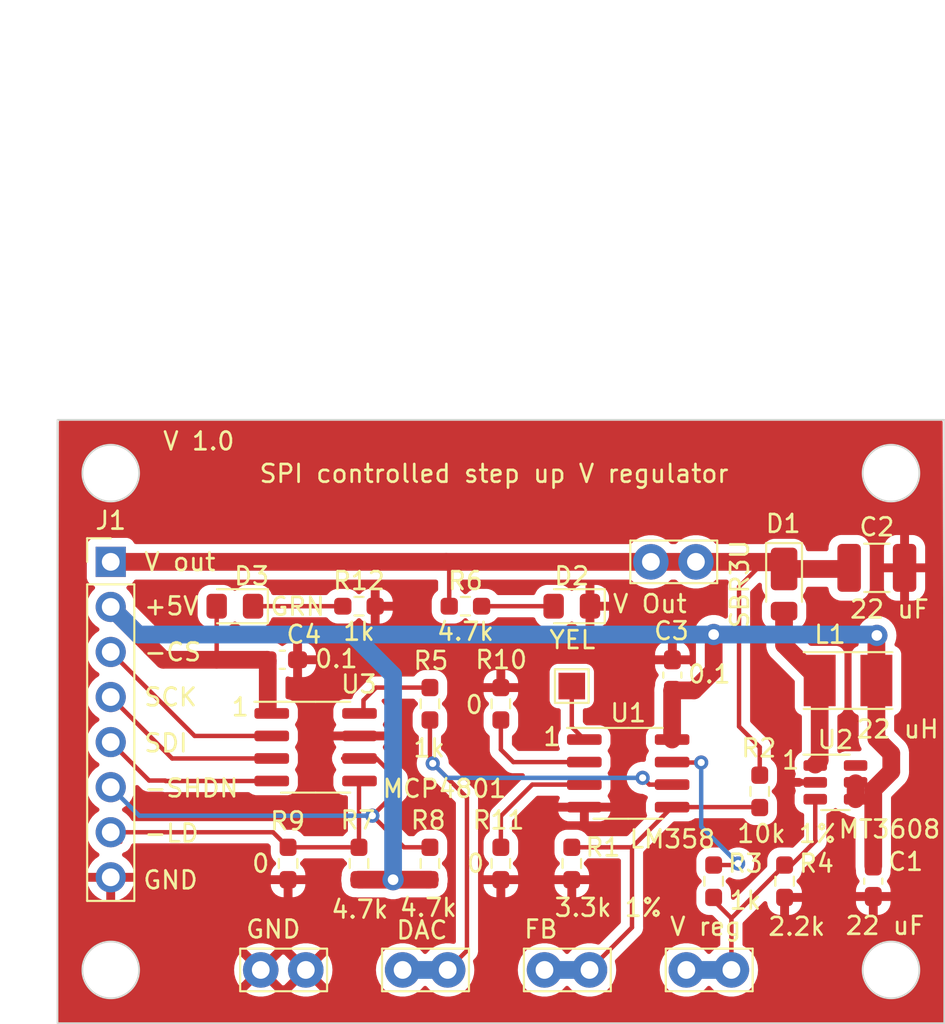
<source format=kicad_pcb>
(kicad_pcb (version 20221018) (generator pcbnew)
  (layers (0 "F.Cu" signal) (31 "B.Cu" signal) (34 "B.Paste" user) (35 "F.Paste" user) (36 "B.SilkS" user "B.Silkscreen") (37 "F.SilkS" user "F.Silkscreen") (38 "B.Mask" user) (39 "F.Mask" user) (44 "Edge.Cuts" user))
  (net 0 "")
  (net 1 "+5V")
  (net 2 "GND")
  (net 3 "Net-(D1-C)")
  (net 4 "Net-(D1-A)")
  (net 5 "Net-(D2-A)")
  (net 6 "Net-(J1-Pin_3)")
  (net 7 "Net-(J1-Pin_4)")
  (net 8 "Net-(J1-Pin_5)")
  (net 9 "Net-(J1-Pin_6)")
  (net 10 "Net-(J1-Pin_7)")
  (net 11 "Net-(U1B-+)")
  (net 12 "Net-(R3-Pad1)")
  (net 13 "Net-(U2-FB)")
  (net 14 "Net-(U3-Vout)")
  (net 15 "Net-(U1B--)")
  (net 16 "Net-(U1A--)")
  (net 17 "Net-(U1A-+)")
  (net 18 "Net-(D3-K)")
  (net 20 "Net-(TP7-Pad1)")
  (footprint "Resistor_SMD:R_0603_1608Metric_Pad0.98x0.95mm_HandSolder" (layer "F.Cu") (at 121 127 90)
    (fp_text reference "R8" (at 2.4384 -0.096 180) (layer "F.SilkS"))
    (fp_text value "4.7k" (at -2.4892 -0.096 180) (layer "F.SilkS"))
    (fp_line (start -0.254724 -0.5225) (end 0.254724 -0.5225) (stroke (width 0.12)) (layer "F.SilkS"))
    (fp_line (start -0.254724 0.5225) (end 0.254724 0.5225) (stroke (width 0.12)) (layer "F.SilkS"))
    (pad "1" smd roundrect (at -0.9125 0 90) (size 0.975 0.95) (layers "F.Cu" "F.Paste" "F.Mask") (net 1 "+5V"))
    (pad "2" smd roundrect (at 0.9125 0 90) (size 0.975 0.95) (layers "F.Cu" "F.Paste" "F.Mask") (net 9 "Net-(J1-Pin_6)"))
  )
  (footprint "Package_SO:SOIC-8_3.9x4.9mm_P1.27mm" (layer "F.Cu") (at 132.1816 121.92)
    (fp_text reference "U1" (at 0 -3.4) (layer "F.SilkS"))
    (fp_text value "LM358" (at 2.4892 3.7084) (layer "F.SilkS"))
    (fp_line (start 0 -2.56) (end -3.45 -2.56) (stroke (width 0.12)) (layer "F.SilkS"))
    (fp_line (start 0 -2.56) (end 1.95 -2.56) (stroke (width 0.12)) (layer "F.SilkS"))
    (fp_line (start 0 2.56) (end -1.95 2.56) (stroke (width 0.12)) (layer "F.SilkS"))
    (fp_line (start 0 2.56) (end 1.95 2.56) (stroke (width 0.12)) (layer "F.SilkS"))
    (pad "1" smd roundrect (at -2.475 -1.905) (size 1.95 0.6) (layers "F.Cu" "F.Paste" "F.Mask") (net 20 "Net-(TP7-Pad1)"))
    (pad "2" smd roundrect (at -2.475 -0.635) (size 1.95 0.6) (layers "F.Cu" "F.Paste" "F.Mask") (net 16 "Net-(U1A--)"))
    (pad "3" smd roundrect (at -2.475 0.635) (size 1.95 0.6) (layers "F.Cu" "F.Paste" "F.Mask") (net 17 "Net-(U1A-+)"))
    (pad "4" smd roundrect (at -2.475 1.905) (size 1.95 0.6) (layers "F.Cu" "F.Paste" "F.Mask") (net 2 "GND"))
    (pad "5" smd roundrect (at 2.475 1.905) (size 1.95 0.6) (layers "F.Cu" "F.Paste" "F.Mask") (net 11 "Net-(U1B-+)"))
    (pad "6" smd roundrect (at 2.475 0.635) (size 1.95 0.6) (layers "F.Cu" "F.Paste" "F.Mask") (net 15 "Net-(U1B--)"))
    (pad "7" smd roundrect (at 2.475 -0.635) (size 1.95 0.6) (layers "F.Cu" "F.Paste" "F.Mask") (net 12 "Net-(R3-Pad1)"))
    (pad "8" smd roundrect (at 2.475 -1.905) (size 1.95 0.6) (layers "F.Cu" "F.Paste" "F.Mask") (net 1 "+5V"))
  )
  (footprint "Resistor_SMD:R_0603_1608Metric_Pad0.98x0.95mm_HandSolder" (layer "F.Cu") (at 123 112.5)
    (fp_text reference "R6" (at 0 -1.43) (layer "F.SilkS"))
    (fp_text value "4.7k" (at 0 1.43) (layer "F.SilkS"))
    (fp_line (start -0.254724 -0.5225) (end 0.254724 -0.5225) (stroke (width 0.12)) (layer "F.SilkS"))
    (fp_line (start -0.254724 0.5225) (end 0.254724 0.5225) (stroke (width 0.12)) (layer "F.SilkS"))
    (pad "1" smd roundrect (at -0.9125 0) (size 0.975 0.95) (layers "F.Cu" "F.Paste" "F.Mask") (net 3 "Net-(D1-C)"))
    (pad "2" smd roundrect (at 0.9125 0) (size 0.975 0.95) (layers "F.Cu" "F.Paste" "F.Mask") (net 5 "Net-(D2-A)"))
  )
  (footprint "TestPoint:TestPoint_Bridge_Pitch2.54mm_Drill1.0mm" (layer "F.Cu") (at 136 110 180)
    (fp_text reference "TP5")
    (fp_text value "V Out" (at 2.5992 -2.3696) (layer "F.SilkS"))
    (fp_line (start -1.2 -1.2) (end -1.2 1.2) (stroke (width 0.12)) (layer "F.SilkS"))
    (fp_line (start -1.2 1.2) (end 3.7 1.2) (stroke (width 0.12)) (layer "F.SilkS"))
    (fp_line (start 3.7 -1.2) (end -1.2 -1.2) (stroke (width 0.12)) (layer "F.SilkS"))
    (fp_line (start 3.7 1.2) (end 3.7 -1.2) (stroke (width 0.12)) (layer "F.SilkS"))
    (pad "1" thru_hole circle (at 0 0 180) (size 2 2) (drill 1) (layers "*.Cu" "*.Mask") (net 3 "Net-(D1-C)"))
    (pad "1" thru_hole circle (at 2.54 0 180) (size 2 2) (drill 1) (layers "*.Cu" "*.Mask") (net 3 "Net-(D1-C)"))
  )
  (footprint "TestPoint:TestPoint_Bridge_Pitch2.54mm_Drill1.0mm" (layer "F.Cu") (at 130 133 180)
    (fp_text reference "TP3")
    (fp_text value "FB" (at 2.746 2.2916) (layer "F.SilkS"))
    (fp_line (start -1.2 -1.2) (end -1.2 1.2) (stroke (width 0.12)) (layer "F.SilkS"))
    (fp_line (start -1.2 1.2) (end 3.7 1.2) (stroke (width 0.12)) (layer "F.SilkS"))
    (fp_line (start 3.7 -1.2) (end -1.2 -1.2) (stroke (width 0.12)) (layer "F.SilkS"))
    (fp_line (start 3.7 1.2) (end 3.7 -1.2) (stroke (width 0.12)) (layer "F.SilkS"))
    (pad "1" thru_hole circle (at 0 0 180) (size 2 2) (drill 1) (layers "*.Cu" "*.Mask") (net 11 "Net-(U1B-+)"))
    (pad "1" thru_hole circle (at 2.54 0 180) (size 2 2) (drill 1) (layers "*.Cu" "*.Mask") (net 11 "Net-(U1B-+)"))
  )
  (footprint "TestPoint:TestPoint_Bridge_Pitch2.54mm_Drill1.0mm" (layer "F.Cu") (at 114 133 180)
    (fp_text reference "TP1")
    (fp_text value "GND" (at 1.8336 2.2916) (layer "F.SilkS"))
    (fp_line (start -1.2 -1.2) (end -1.2 1.2) (stroke (width 0.12)) (layer "F.SilkS"))
    (fp_line (start -1.2 1.2) (end 3.7 1.2) (stroke (width 0.12)) (layer "F.SilkS"))
    (fp_line (start 3.7 -1.2) (end -1.2 -1.2) (stroke (width 0.12)) (layer "F.SilkS"))
    (fp_line (start 3.7 1.2) (end 3.7 -1.2) (stroke (width 0.12)) (layer "F.SilkS"))
    (pad "1" thru_hole circle (at 0 0 180) (size 2 2) (drill 1) (layers "*.Cu" "*.Mask") (net 2 "GND"))
    (pad "1" thru_hole circle (at 2.54 0 180) (size 2 2) (drill 1) (layers "*.Cu" "*.Mask") (net 2 "GND"))
  )
  (footprint "Capacitor_SMD:C_0603_1608Metric_Pad1.08x0.95mm_HandSolder" (layer "F.Cu") (at 146 128 -90)
    (fp_text reference "C1" (at -1.1016 -1.828) (layer "F.SilkS"))
    (fp_text value "22 uF" (at 2.5052 -0.6596 -180) (layer "F.SilkS"))
    (fp_line (start -0.146267 -0.51) (end 0.146267 -0.51) (stroke (width 0.12)) (layer "F.SilkS"))
    (fp_line (start -0.146267 0.51) (end 0.146267 0.51) (stroke (width 0.12)) (layer "F.SilkS"))
    (pad "1" smd roundrect (at -0.8625 0 270) (size 1.075 0.95) (layers "F.Cu" "F.Paste" "F.Mask") (net 1 "+5V"))
    (pad "2" smd roundrect (at 0.8625 0 270) (size 1.075 0.95) (layers "F.Cu" "F.Paste" "F.Mask") (net 2 "GND"))
  )
  (footprint "Capacitor_SMD:C_0603_1608Metric_Pad1.08x0.95mm_HandSolder" (layer "F.Cu") (at 112.6744 115.5192)
    (fp_text reference "C4" (at 1.2192 -1.4224) (layer "F.SilkS"))
    (fp_text value "0.1" (at 3.048 -0.0508) (layer "F.SilkS"))
    (fp_line (start -0.146267 -0.51) (end 0.146267 -0.51) (stroke (width 0.12)) (layer "F.SilkS"))
    (fp_line (start -0.146267 0.51) (end 0.146267 0.51) (stroke (width 0.12)) (layer "F.SilkS"))
    (pad "1" smd roundrect (at -0.8625 0) (size 1.075 0.95) (layers "F.Cu" "F.Paste" "F.Mask") (net 1 "+5V"))
    (pad "2" smd roundrect (at 0.8625 0) (size 1.075 0.95) (layers "F.Cu" "F.Paste" "F.Mask") (net 2 "GND"))
  )
  (footprint "TestPoint:TestPoint_Bridge_Pitch2.54mm_Drill1.0mm" (layer "F.Cu") (at 138 133 180)
    (fp_text reference "TP4")
    (fp_text value "V reg" (at 1.4496 2.444) (layer "F.SilkS"))
    (fp_line (start -1.2 -1.2) (end -1.2 1.2) (stroke (width 0.12)) (layer "F.SilkS"))
    (fp_line (start -1.2 1.2) (end 3.7 1.2) (stroke (width 0.12)) (layer "F.SilkS"))
    (fp_line (start 3.7 -1.2) (end -1.2 -1.2) (stroke (width 0.12)) (layer "F.SilkS"))
    (fp_line (start 3.7 1.2) (end 3.7 -1.2) (stroke (width 0.12)) (layer "F.SilkS"))
    (pad "1" thru_hole circle (at 0 0 180) (size 2 2) (drill 1) (layers "*.Cu" "*.Mask") (net 13 "Net-(U2-FB)"))
    (pad "1" thru_hole circle (at 2.54 0 180) (size 2 2) (drill 1) (layers "*.Cu" "*.Mask") (net 13 "Net-(U2-FB)"))
  )
  (footprint "Resistor_SMD:R_0603_1608Metric_Pad0.98x0.95mm_HandSolder" (layer "F.Cu") (at 139.5984 122.936 -90)
    (fp_text reference "R2" (at -2.4384 0.0508) (layer "F.SilkS"))
    (fp_text value "10k 1%" (at 2.3876 -1.524 -180) (layer "F.SilkS"))
    (fp_line (start -0.254724 -0.5225) (end 0.254724 -0.5225) (stroke (width 0.12)) (layer "F.SilkS"))
    (fp_line (start -0.254724 0.5225) (end 0.254724 0.5225) (stroke (width 0.12)) (layer "F.SilkS"))
    (pad "1" smd roundrect (at -0.9125 0 270) (size 0.975 0.95) (layers "F.Cu" "F.Paste" "F.Mask") (net 3 "Net-(D1-C)"))
    (pad "2" smd roundrect (at 0.9125 0 270) (size 0.975 0.95) (layers "F.Cu" "F.Paste" "F.Mask") (net 11 "Net-(U1B-+)"))
  )
  (footprint "Resistor_SMD:R_0603_1608Metric_Pad0.98x0.95mm_HandSolder" (layer "F.Cu") (at 117 127 90)
    (fp_text reference "R7" (at 2.4384 -0.0584 180) (layer "F.SilkS"))
    (fp_text value "4.7k" (at -2.5908 0.0432 180) (layer "F.SilkS"))
    (fp_line (start -0.254724 -0.5225) (end 0.254724 -0.5225) (stroke (width 0.12)) (layer "F.SilkS"))
    (fp_line (start -0.254724 0.5225) (end 0.254724 0.5225) (stroke (width 0.12)) (layer "F.SilkS"))
    (pad "1" smd roundrect (at -0.9125 0 90) (size 0.975 0.95) (layers "F.Cu" "F.Paste" "F.Mask") (net 1 "+5V"))
    (pad "2" smd roundrect (at 0.9125 0 90) (size 0.975 0.95) (layers "F.Cu" "F.Paste" "F.Mask") (net 10 "Net-(J1-Pin_7)"))
  )
  (footprint "LED_SMD:LED_0805_2012Metric_Pad1.15x1.40mm_HandSolder" (layer "F.Cu") (at 129 112.5 180)
    (fp_text reference "D2" (at 0 1.7) (layer "F.SilkS"))
    (fp_text value "YEL" (at -0.032 -1.9) (layer "F.SilkS"))
    (fp_line (start -1.86 -0.96) (end -1.86 0.96) (stroke (width 0.12)) (layer "F.SilkS"))
    (fp_line (start -1.86 0.96) (end 1 0.96) (stroke (width 0.12)) (layer "F.SilkS"))
    (fp_line (start 1 -0.96) (end -1.86 -0.96) (stroke (width 0.12)) (layer "F.SilkS"))
    (pad "1" smd roundrect (at -1.025 0 180) (size 1.15 1.4) (layers "F.Cu" "F.Paste" "F.Mask") (roundrect_rratio 0.217391) (net 2 "GND"))
    (pad "2" smd roundrect (at 1.025 0 180) (size 1.15 1.4) (layers "F.Cu" "F.Paste" "F.Mask") (roundrect_rratio 0.217391) (net 5 "Net-(D2-A)"))
  )
  (footprint "LED_SMD:LED_0805_2012Metric_Pad1.15x1.40mm_HandSolder" (layer "F.Cu") (at 110 112.5 180)
    (fp_text reference "D3" (at -0.9472 1.7) (layer "F.SilkS"))
    (fp_text value "GRN" (at -3.538 -0.022) (layer "F.SilkS"))
    (fp_line (start -1.86 -0.96) (end -1.86 0.96) (stroke (width 0.12)) (layer "F.SilkS"))
    (fp_line (start -1.86 0.96) (end 1 0.96) (stroke (width 0.12)) (layer "F.SilkS"))
    (fp_line (start 1 -0.96) (end -1.86 -0.96) (stroke (width 0.12)) (layer "F.SilkS"))
    (pad "1" smd roundrect (at -1.025 0 180) (size 1.15 1.4) (layers "F.Cu" "F.Paste" "F.Mask") (roundrect_rratio 0.217391) (net 18 "Net-(D3-K)"))
    (pad "2" smd roundrect (at 1.025 0 180) (size 1.15 1.4) (layers "F.Cu" "F.Paste" "F.Mask") (roundrect_rratio 0.217391) (net 1 "+5V"))
  )
  (footprint "Package_SO:SOIC-8_3.9x4.9mm_P1.27mm" (layer "F.Cu") (at 114.554 120.4468)
    (fp_text reference "U3" (at 2.4384 -3.5468) (layer "F.SilkS"))
    (fp_text value "MCP4801" (at 7.2644 2.3368) (layer "F.SilkS"))
    (fp_line (start 0 -2.56) (end -3.45 -2.56) (stroke (width 0.12)) (layer "F.SilkS"))
    (fp_line (start 0 -2.56) (end 1.95 -2.56) (stroke (width 0.12)) (layer "F.SilkS"))
    (fp_line (start 0 2.56) (end -1.95 2.56) (stroke (width 0.12)) (layer "F.SilkS"))
    (fp_line (start 0 2.56) (end 1.95 2.56) (stroke (width 0.12)) (layer "F.SilkS"))
    (pad "1" smd roundrect (at -2.475 -1.905) (size 1.95 0.6) (layers "F.Cu" "F.Paste" "F.Mask") (net 1 "+5V"))
    (pad "2" smd roundrect (at -2.475 -0.635) (size 1.95 0.6) (layers "F.Cu" "F.Paste" "F.Mask") (net 6 "Net-(J1-Pin_3)"))
    (pad "3" smd roundrect (at -2.475 0.635) (size 1.95 0.6) (layers "F.Cu" "F.Paste" "F.Mask") (net 7 "Net-(J1-Pin_4)"))
    (pad "4" smd roundrect (at -2.475 1.905) (size 1.95 0.6) (layers "F.Cu" "F.Paste" "F.Mask") (net 8 "Net-(J1-Pin_5)"))
    (pad "5" smd roundrect (at 2.475 1.905) (size 1.95 0.6) (layers "F.Cu" "F.Paste" "F.Mask") (net 10 "Net-(J1-Pin_7)"))
    (pad "6" smd roundrect (at 2.475 0.635) (size 1.95 0.6) (layers "F.Cu" "F.Paste" "F.Mask") (net 9 "Net-(J1-Pin_6)"))
    (pad "7" smd roundrect (at 2.475 -0.635) (size 1.95 0.6) (layers "F.Cu" "F.Paste" "F.Mask") (net 2 "GND"))
    (pad "8" smd roundrect (at 2.475 -1.905) (size 1.95 0.6) (layers "F.Cu" "F.Paste" "F.Mask") (net 14 "Net-(U3-Vout)"))
  )
  (footprint "Resistor_SMD:R_0603_1608Metric_Pad0.98x0.95mm_HandSolder" (layer "F.Cu") (at 121 118 -90)
    (fp_text reference "R5" (at -2.43 -0.0564) (layer "F.SilkS"))
    (fp_text value "1k" (at 2.4976 0.0452 -180) (layer "F.SilkS"))
    (fp_line (start -0.254724 -0.5225) (end 0.254724 -0.5225) (stroke (width 0.12)) (layer "F.SilkS"))
    (fp_line (start -0.254724 0.5225) (end 0.254724 0.5225) (stroke (width 0.12)) (layer "F.SilkS"))
    (pad "1" smd roundrect (at -0.9125 0 270) (size 0.975 0.95) (layers "F.Cu" "F.Paste" "F.Mask") (net 14 "Net-(U3-Vout)"))
    (pad "2" smd roundrect (at 0.9125 0 270) (size 0.975 0.95) (layers "F.Cu" "F.Paste" "F.Mask") (net 15 "Net-(U1B--)"))
  )
  (footprint "Resistor_SMD:R_0603_1608Metric_Pad0.98x0.95mm_HandSolder" (layer "F.Cu") (at 137 128 -90)
    (fp_text reference "R3" (at -1 -1.7856) (layer "F.SilkS"))
    (fp_text value "1k" (at 1.0828 -1.7856 -180) (layer "F.SilkS"))
    (fp_line (start -0.254724 -0.5225) (end 0.254724 -0.5225) (stroke (width 0.12)) (layer "F.SilkS"))
    (fp_line (start -0.254724 0.5225) (end 0.254724 0.5225) (stroke (width 0.12)) (layer "F.SilkS"))
    (pad "1" smd roundrect (at -0.9125 0 270) (size 0.975 0.95) (layers "F.Cu" "F.Paste" "F.Mask") (net 12 "Net-(R3-Pad1)"))
    (pad "2" smd roundrect (at 0.9125 0 270) (size 0.975 0.95) (layers "F.Cu" "F.Paste" "F.Mask") (net 13 "Net-(U2-FB)"))
  )
  (footprint "Capacitor_SMD:C_1210_3225Metric_Pad1.33x2.70mm_HandSolder" (layer "F.Cu") (at 146.2024 110.3376)
    (fp_text reference "C2" (at 0 -2.3) (layer "F.SilkS"))
    (fp_text value "22 uF" (at 0.7112 2.3368) (layer "F.SilkS"))
    (fp_line (start -0.711252 -1.36) (end 0.711252 -1.36) (stroke (width 0.12)) (layer "F.SilkS"))
    (fp_line (start -0.711252 1.36) (end 0.711252 1.36) (stroke (width 0.12)) (layer "F.SilkS"))
    (pad "1" smd roundrect (at -1.5625 0) (size 1.325 2.7) (layers "F.Cu" "F.Paste" "F.Mask") (roundrect_rratio 0.188679) (net 3 "Net-(D1-C)"))
    (pad "2" smd roundrect (at 1.5625 0) (size 1.325 2.7) (layers "F.Cu" "F.Paste" "F.Mask") (roundrect_rratio 0.188679) (net 2 "GND"))
  )
  (footprint "Inductor_SMD:L_Taiyo-Yuden_NR-30xx_HandSoldering" (layer "F.Cu") (at 144.5768 116.6876 180)
    (fp_text reference "L1" (at 1.016 2.5908) (layer "F.SilkS"))
    (fp_text value "22 uH" (at -2.794 -2.7432) (layer "F.SilkS"))
    (fp_line (start -2.5 -1.6) (end 2.5 -1.6) (stroke (width 0.12)) (layer "F.SilkS"))
    (fp_line (start -2.5 1.6) (end 2.5 1.6) (stroke (width 0.12)) (layer "F.SilkS"))
    (pad "1" smd rect (at -1.6 0 180) (size 1.8 2.9) (layers "F.Cu" "F.Paste" "F.Mask") (net 1 "+5V"))
    (pad "2" smd rect (at 1.6 0 180) (size 1.8 2.9) (layers "F.Cu" "F.Paste" "F.Mask") (net 4 "Net-(D1-A)"))
  )
  (footprint "Resistor_SMD:R_0603_1608Metric_Pad0.98x0.95mm_HandSolder" (layer "F.Cu") (at 125 127 -90)
    (fp_text reference "R11" (at -2.4384 0.1336) (layer "F.SilkS"))
    (fp_text value "0" (at 0 1.43 -180) (layer "F.SilkS"))
    (fp_line (start -0.254724 -0.5225) (end 0.254724 -0.5225) (stroke (width 0.12)) (layer "F.SilkS"))
    (fp_line (start -0.254724 0.5225) (end 0.254724 0.5225) (stroke (width 0.12)) (layer "F.SilkS"))
    (pad "1" smd roundrect (at -0.9125 0 270) (size 0.975 0.95) (layers "F.Cu" "F.Paste" "F.Mask") (net 17 "Net-(U1A-+)"))
    (pad "2" smd roundrect (at 0.9125 0 270) (size 0.975 0.95) (layers "F.Cu" "F.Paste" "F.Mask") (net 2 "GND"))
  )
  (footprint "Resistor_SMD:R_0603_1608Metric_Pad0.98x0.95mm_HandSolder" (layer "F.Cu") (at 129 127 -90)
    (fp_text reference "R1" (at -0.9144 -1.7592 -180) (layer "F.SilkS"))
    (fp_text value "3.3k 1%" (at 2.4892 -2.064 -180) (layer "F.SilkS"))
    (fp_line (start -0.254724 -0.5225) (end 0.254724 -0.5225) (stroke (width 0.12)) (layer "F.SilkS"))
    (fp_line (start -0.254724 0.5225) (end 0.254724 0.5225) (stroke (width 0.12)) (layer "F.SilkS"))
    (pad "1" smd roundrect (at -0.9125 0 270) (size 0.975 0.95) (layers "F.Cu" "F.Paste" "F.Mask") (net 11 "Net-(U1B-+)"))
    (pad "2" smd roundrect (at 0.9125 0 270) (size 0.975 0.95) (layers "F.Cu" "F.Paste" "F.Mask") (net 2 "GND"))
  )
  (footprint "Resistor_SMD:R_0603_1608Metric_Pad0.98x0.95mm_HandSolder" (layer "F.Cu") (at 113 127 -90)
    (fp_text reference "R9" (at -2.3876 0.0208 -180) (layer "F.SilkS"))
    (fp_text value "0" (at 0 1.5448 -180) (layer "F.SilkS"))
    (fp_line (start -0.254724 -0.5225) (end 0.254724 -0.5225) (stroke (width 0.12)) (layer "F.SilkS"))
    (fp_line (start -0.254724 0.5225) (end 0.254724 0.5225) (stroke (width 0.12)) (layer "F.SilkS"))
    (pad "1" smd roundrect (at -0.9125 0 270) (size 0.975 0.95) (layers "F.Cu" "F.Paste" "F.Mask") (net 10 "Net-(J1-Pin_7)"))
    (pad "2" smd roundrect (at 0.9125 0 270) (size 0.975 0.95) (layers "F.Cu" "F.Paste" "F.Mask") (net 2 "GND"))
  )
  (footprint "Resistor_SMD:R_0603_1608Metric_Pad0.98x0.95mm_HandSolder" (layer "F.Cu") (at 117 112.5)
    (fp_text reference "R12" (at 0 -1.43) (layer "F.SilkS"))
    (fp_text value "1k" (at 0 1.43) (layer "F.SilkS"))
    (fp_line (start -0.254724 -0.5225) (end 0.254724 -0.5225) (stroke (width 0.12)) (layer "F.SilkS"))
    (fp_line (start -0.254724 0.5225) (end 0.254724 0.5225) (stroke (width 0.12)) (layer "F.SilkS"))
    (pad "1" smd roundrect (at -0.9125 0) (size 0.975 0.95) (layers "F.Cu" "F.Paste" "F.Mask") (net 18 "Net-(D3-K)"))
    (pad "2" smd roundrect (at 0.9125 0) (size 0.975 0.95) (layers "F.Cu" "F.Paste" "F.Mask") (net 2 "GND"))
  )
  (footprint "Connector_PinHeader_2.54mm:PinHeader_1x08_P2.54mm_Vertical" (layer "F.Cu") (at 103 110)
    (fp_text reference "J1" (at 0 -2.33) (layer "F.SilkS"))
    (fp_text value "Conn_01x08_Pin")
    (fp_line (start -1.33 -1.33) (end 0 -1.33) (stroke (width 0.12)) (layer "F.SilkS"))
    (fp_line (start -1.33 0) (end -1.33 -1.33) (stroke (width 0.12)) (layer "F.SilkS"))
    (fp_line (start -1.33 1.27) (end -1.33 19.11) (stroke (width 0.12)) (layer "F.SilkS"))
    (fp_line (start -1.33 1.27) (end 1.33 1.27) (stroke (width 0.12)) (layer "F.SilkS"))
    (fp_line (start -1.33 19.11) (end 1.33 19.11) (stroke (width 0.12)) (layer "F.SilkS"))
    (fp_line (start 1.33 1.27) (end 1.33 19.11) (stroke (width 0.12)) (layer "F.SilkS"))
    (pad "1" thru_hole rect (at 0 0) (size 1.7 1.7) (drill 1) (layers "*.Cu" "*.Mask") (net 3 "Net-(D1-C)"))
    (pad "2" thru_hole oval (at 0 2.54) (size 1.7 1.7) (drill 1) (layers "*.Cu" "*.Mask") (net 1 "+5V"))
    (pad "3" thru_hole oval (at 0 5.08) (size 1.7 1.7) (drill 1) (layers "*.Cu" "*.Mask") (net 6 "Net-(J1-Pin_3)"))
    (pad "4" thru_hole oval (at 0 7.62) (size 1.7 1.7) (drill 1) (layers "*.Cu" "*.Mask") (net 7 "Net-(J1-Pin_4)"))
    (pad "5" thru_hole oval (at 0 10.16) (size 1.7 1.7) (drill 1) (layers "*.Cu" "*.Mask") (net 8 "Net-(J1-Pin_5)"))
    (pad "6" thru_hole oval (at 0 12.7) (size 1.7 1.7) (drill 1) (layers "*.Cu" "*.Mask") (net 9 "Net-(J1-Pin_6)"))
    (pad "7" thru_hole oval (at 0 15.24) (size 1.7 1.7) (drill 1) (layers "*.Cu" "*.Mask") (net 10 "Net-(J1-Pin_7)"))
    (pad "8" thru_hole oval (at 0 17.78) (size 1.7 1.7) (drill 1) (layers "*.Cu" "*.Mask") (net 2 "GND"))
  )
  (footprint "Capacitor_SMD:C_0603_1608Metric_Pad1.08x0.95mm_HandSolder" (layer "F.Cu") (at 134.6708 116.3828 90)
    (fp_text reference "C3" (at 2.4892 -0.0508 180) (layer "F.SilkS"))
    (fp_text value "0.1" (at 0.0508 2.0828 180) (layer "F.SilkS"))
    (fp_line (start -0.146267 -0.51) (end 0.146267 -0.51) (stroke (width 0.12)) (layer "F.SilkS"))
    (fp_line (start -0.146267 0.51) (end 0.146267 0.51) (stroke (width 0.12)) (layer "F.SilkS"))
    (pad "1" smd roundrect (at -0.8625 0 90) (size 1.075 0.95) (layers "F.Cu" "F.Paste" "F.Mask") (net 1 "+5V"))
    (pad "2" smd roundrect (at 0.8625 0 90) (size 1.075 0.95) (layers "F.Cu" "F.Paste" "F.Mask") (net 2 "GND"))
  )
  (footprint "TestPoint:TestPoint_Pad_1.5x1.5mm" (layer "F.Cu") (at 129 117)
    (fp_text reference "TP7" hide)
    (fp_text value "TestPoint" hide)
    (fp_line (start -0.95 -0.95) (end 0.95 -0.95) (stroke (width 0.12)) (layer "F.SilkS"))
    (fp_line (start -0.95 0.95) (end -0.95 -0.95) (stroke (width 0.12)) (layer "F.SilkS"))
    (fp_line (start 0.95 -0.95) (end 0.95 0.95) (stroke (width 0.12)) (layer "F.SilkS"))
    (fp_line (start 0.95 0.95) (end -0.95 0.95) (stroke (width 0.12)) (layer "F.SilkS"))
    (pad "1" smd rect (at 0 0) (size 1.5 1.5) (layers "F.Cu" "F.Mask") (net 20 "Net-(TP7-Pad1)"))
  )
  (footprint "Resistor_SMD:R_0603_1608Metric_Pad0.98x0.95mm_HandSolder" (layer "F.Cu") (at 141 128 -90)
    (fp_text reference "R4" (at -1 -1.7988) (layer "F.SilkS"))
    (fp_text value "2.2k" (at 2.556 -0.6812 -180) (layer "F.SilkS"))
    (fp_line (start -0.254724 -0.5225) (end 0.254724 -0.5225) (stroke (width 0.12)) (layer "F.SilkS"))
    (fp_line (start -0.254724 0.5225) (end 0.254724 0.5225) (stroke (width 0.12)) (layer "F.SilkS"))
    (pad "1" smd roundrect (at -0.9125 0 270) (size 0.975 0.95) (layers "F.Cu" "F.Paste" "F.Mask") (net 13 "Net-(U2-FB)"))
    (pad "2" smd roundrect (at 0.9125 0 270) (size 0.975 0.95) (layers "F.Cu" "F.Paste" "F.Mask") (net 2 "GND"))
  )
  (footprint "Diode_SMD:D_PowerDI-123" (layer "F.Cu") (at 140.97 111.252 -90)
    (fp_text reference "D1" (at -3.4036 0.0508) (layer "F.SilkS"))
    (fp_text value "SBR3U" (at 0 2.5 90) (layer "F.SilkS"))
    (fp_line (start -2.31 1.01) (end -2.31 -1.01) (stroke (width 0.12)) (layer "F.SilkS"))
    (fp_line (start -2.31 1.01) (end 1 1.01) (stroke (width 0.12)) (layer "F.SilkS"))
    (fp_line (start 1 -1.01) (end -2.31 -1.01) (stroke (width 0.12)) (layer "F.SilkS"))
    (pad "1" smd roundrect (at -0.85 0 90) (size 2.4 1.5) (layers "F.Cu" "F.Paste" "F.Mask") (roundrect_rratio 0.1666666667) (net 3 "Net-(D1-C)"))
    (pad "2" smd roundrect (at 1.525 0 90) (size 1.05 1.5) (layers "F.Cu" "F.Paste" "F.Mask") (roundrect_rratio 0.2380952381) (net 4 "Net-(D1-A)"))
  )
  (footprint "Package_TO_SOT_SMD:SOT-23-6" (layer "F.Cu") (at 143.8656 122.428)
    (fp_text reference "U2" (at 0 -2.4) (layer "F.SilkS"))
    (fp_text value "MT3608" (at 3.048 2.6416) (layer "F.SilkS"))
    (fp_line (start 0 -1.56) (end -1.8 -1.56) (stroke (width 0.12)) (layer "F.SilkS"))
    (fp_line (start 0 -1.56) (end 0.8 -1.56) (stroke (width 0.12)) (layer "F.SilkS"))
    (fp_line (start 0 1.56) (end -0.8 1.56) (stroke (width 0.12)) (layer "F.SilkS"))
    (fp_line (start 0 1.56) (end 0.8 1.56) (stroke (width 0.12)) (layer "F.SilkS"))
    (pad "1" smd roundrect (at -1.1375 -0.95) (size 1.325 0.6) (layers "F.Cu" "F.Paste" "F.Mask") (net 4 "Net-(D1-A)"))
    (pad "2" smd roundrect (at -1.1375 0) (size 1.325 0.6) (layers "F.Cu" "F.Paste" "F.Mask") (net 2 "GND"))
    (pad "3" smd roundrect (at -1.1375 0.95) (size 1.325 0.6) (layers "F.Cu" "F.Paste" "F.Mask") (net 13 "Net-(U2-FB)"))
    (pad "4" smd roundrect (at 1.1375 0.95) (size 1.325 0.6) (layers "F.Cu" "F.Paste" "F.Mask") (net 1 "+5V"))
    (pad "5" smd roundrect (at 1.1375 0) (size 1.325 0.6) (layers "F.Cu" "F.Paste" "F.Mask") (net 1 "+5V"))
    (pad "6" smd roundrect (at 1.1375 -0.95) (size 1.325 0.6) (layers "F.Cu" "F.Paste" "F.Mask"))
  )
  (footprint "TestPoint:TestPoint_Bridge_Pitch2.54mm_Drill1.0mm" (layer "F.Cu") (at 122 133 180)
    (fp_text reference "TP2")
    (fp_text value "DAC" (at 1.4516 2.2408) (layer "F.SilkS"))
    (fp_line (start -1.2 -1.2) (end -1.2 1.2) (stroke (width 0.12)) (layer "F.SilkS"))
    (fp_line (start -1.2 1.2) (end 3.7 1.2) (stroke (width 0.12)) (layer "F.SilkS"))
    (fp_line (start 3.7 -1.2) (end -1.2 -1.2) (stroke (width 0.12)) (layer "F.SilkS"))
    (fp_line (start 3.7 1.2) (end 3.7 -1.2) (stroke (width 0.12)) (layer "F.SilkS"))
    (pad "1" thru_hole circle (at 0 0 180) (size 2 2) (drill 1) (layers "*.Cu" "*.Mask") (net 15 "Net-(U1B--)"))
    (pad "1" thru_hole circle (at 2.54 0 180) (size 2 2) (drill 1) (layers "*.Cu" "*.Mask") (net 15 "Net-(U1B--)"))
  )
  (footprint "Resistor_SMD:R_0603_1608Metric_Pad0.98x0.95mm_HandSolder" (layer "F.Cu") (at 125 118 90)
    (fp_text reference "R10" (at 2.4808 0.0188 180) (layer "F.SilkS"))
    (fp_text value "0" (at -0.0592 -1.5052 180) (layer "F.SilkS"))
    (fp_line (start -0.254724 -0.5225) (end 0.254724 -0.5225) (stroke (width 0.12)) (layer "F.SilkS"))
    (fp_line (start -0.254724 0.5225) (end 0.254724 0.5225) (stroke (width 0.12)) (layer "F.SilkS"))
    (pad "1" smd roundrect (at -0.9125 0 90) (size 0.975 0.95) (layers "F.Cu" "F.Paste" "F.Mask") (net 16 "Net-(U1A--)"))
    (pad "2" smd roundrect (at 0.9125 0 90) (size 0.975 0.95) (layers "F.Cu" "F.Paste" "F.Mask") (net 2 "GND"))
  )
  (gr_rect (start 106.172 78.3844) (end 106.172 78.3844) (stroke (width 0.1)) (fill none) (layer "Edge.Cuts"))
  (gr_rect (start 100 102) (end 150 136) (stroke (width 0.1)) (fill none) (layer "Edge.Cuts"))
  (gr_circle (center 147 105) (end 148.6 105) (stroke (width 0.1)) (fill none) (layer "Edge.Cuts"))
  (gr_circle (center 103 133) (end 104.6 133) (stroke (width 0.1)) (fill none) (layer "Edge.Cuts"))
  (gr_circle (center 147 133) (end 148.6 133) (stroke (width 0.1)) (fill none) (layer "Edge.Cuts"))
  (gr_circle (center 103 105) (end 104.6 105) (stroke (width 0.1)) (fill none) (layer "Edge.Cuts"))
  (gr_text "1" (at 127.3048 120.4468) (layer "F.SilkS") (effects (font (size 1 1)) (justify left bottom)))
  (gr_text "V out" (at 104.8004 110.5916) (layer "F.SilkS") (effects (font (size 1 1)) (justify left bottom)))
  (gr_text "-LD" (at 104.8004 125.8824) (layer "F.SilkS") (effects (font (size 1 1)) (justify left bottom)))
  (gr_text "1" (at 140.7668 121.7676) (layer "F.SilkS") (effects (font (size 1 1)) (justify left bottom)))
  (gr_text "SPI controlled step up V regulator" (at 111.3028 105.6132) (layer "F.SilkS") (effects (font (size 1 1)) (justify left bottom)))
  (gr_text "+5V" (at 104.8004 113.0808) (layer "F.SilkS") (effects (font (size 1 1)) (justify left bottom)))
  (gr_text "SDI" (at 104.8004 120.8024) (layer "F.SilkS") (effects (font (size 1 1)) (justify left bottom)))
  (gr_text "1" (at 109.728 118.7704) (layer "F.SilkS") (effects (font (size 1 1)) (justify left bottom)))
  (gr_text "V 1.0" (at 105.8672 103.7844) (layer "F.SilkS") (effects (font (size 1 1)) (justify left bottom)))
  (gr_text "-SHDN" (at 104.8004 123.3424) (layer "F.SilkS") (effects (font (size 1 1)) (justify left bottom)))
  (gr_text "SCK" (at 104.8004 118.2116) (layer "F.SilkS") (effects (font (size 1 1)) (justify left bottom)))
  (gr_text "-CS" (at 104.8004 115.6716) (layer "F.SilkS") (effects (font (size 1 1)) (justify left bottom)))
  (gr_text "GND" (at 104.7496 128.524) (layer "F.SilkS") (effects (font (size 1 1)) (justify left bottom)))
  (segment (start 134.6566 117.2595) (end 134.6708 117.2453) (width 1) (layer "F.Cu") (net 1))
  (segment (start 145.0031 123.378) (end 145.0031 122.478) (width 1) (layer "F.Cu") (net 1))
  (segment (start 118.9247 127.9125) (end 118.9228 127.9144) (width 1) (layer "F.Cu") (net 1))
  (segment (start 137 116.1364) (end 137 114.0968) (width 1) (layer "F.Cu") (net 1))
  (segment (start 135.8911 117.2453) (end 137 116.1364) (width 1) (layer "F.Cu") (net 1))
  (segment (start 108.966 115.5192) (end 111.8119 115.5192) (width 1) (layer "F.Cu") (net 1))
  (segment (start 147.0152 121.8184) (end 147.0152 120.8013) (width 1) (layer "F.Cu") (net 1))
  (segment (start 111.854 118.25) (end 111.854 115.6) (width 1) (layer "F.Cu") (net 1))
  (segment (start 134.6566 120.015) (end 134.6566 117.2595) (width 1) (layer "F.Cu") (net 1))
  (segment (start 147.0152 120.8013) (end 146.1768 119.9629) (width 1) (layer "F.Cu") (net 1))
  (segment (start 105.9688 115.5192) (end 108.966 115.5192) (width 1) (layer "F.Cu") (net 1))
  (segment (start 108.975 115.5102) (end 108.966 115.5192) (width 0.25) (layer "F.Cu") (net 1))
  (segment (start 108.975 112.5) (end 108.975 115.5102) (width 0.25) (layer "F.Cu") (net 1))
  (segment (start 121 127.9125) (end 118.9247 127.9125) (width 1) (layer "F.Cu") (net 1))
  (segment (start 146.1768 119.9629) (end 146.1768 116.6876) (width 1) (layer "F.Cu") (net 1))
  (segment (start 146.1768 114.1732) (end 146.2024 114.1476) (width 1) (layer "F.Cu") (net 1))
  (segment (start 105.2576 114.808) (end 105.9688 115.5192) (width 1) (layer "F.Cu") (net 1))
  (segment (start 134.6708 117.2453) (end 135.8911 117.2453) (width 1) (layer "F.Cu") (net 1))
  (segment (start 146 127.1375) (end 146 122.8336) (width 1) (layer "F.Cu") (net 1))
  (segment (start 146.1768 116.6876) (end 146.1768 114.1732) (width 1) (layer "F.Cu") (net 1))
  (segment (start 118.9209 127.9125) (end 117 127.9125) (width 1) (layer "F.Cu") (net 1))
  (segment (start 105.2576 114.7976) (end 105.2576 114.808) (width 1) (layer "F.Cu") (net 1))
  (segment (start 146 122.8336) (end 147.0152 121.8184) (width 1) (layer "F.Cu") (net 1))
  (segment (start 118.9228 127.9144) (end 118.9209 127.9125) (width 1) (layer "F.Cu") (net 1))
  (segment (start 103 112.54) (end 105.2576 114.7976) (width 1) (layer "F.Cu") (net 1))
  (segment (start 111.854 115.5613) (end 111.8119 115.5192) (width 1) (layer "F.Cu") (net 1))
  (via (at 137 114.0968) (size 1.2) (drill 0.6) (layers "F.Cu" "B.Cu") (net 1))
  (via (at 146.2024 114.1476) (size 1.2) (drill 0.6) (layers "F.Cu" "B.Cu") (net 1))
  (via (at 118.9228 127.9144) (size 1.2) (drill 0.6) (layers "F.Cu" "B.Cu") (net 1))
  (segment (start 104.5568 114.0968) (end 103 112.54) (width 1) (layer "B.Cu") (net 1))
  (segment (start 116.6368 114.0968) (end 104.5568 114.0968) (width 1) (layer "B.Cu") (net 1))
  (segment (start 118.9228 127.9144) (end 118.9228 116.3828) (width 1) (layer "B.Cu") (net 1))
  (segment (start 137 114.0968) (end 146.1516 114.0968) (width 1) (layer "B.Cu") (net 1))
  (segment (start 116.6368 114.0968) (end 137 114.0968) (width 1) (layer "B.Cu") (net 1))
  (segment (start 146.1516 114.0968) (end 146.2024 114.1476) (width 1) (layer "B.Cu") (net 1))
  (segment (start 118.9228 116.3828) (end 116.6368 114.0968) (width 1) (layer "B.Cu") (net 1))
  (segment (start 139.5984 120.4468) (end 138.43 119.2784) (width 0.25) (layer "F.Cu") (net 3))
  (segment (start 139.4324 110.402) (end 140.97 110.402) (width 0.25) (layer "F.Cu") (net 3))
  (segment (start 138.43 111.4044) (end 139.4324 110.402) (width 0.25) (layer "F.Cu") (net 3))
  (segment (start 121.92 110) (end 140.568 110) (width 1) (layer "F.Cu") (net 3))
  (segment (start 103 110) (end 121.92 110) (width 1) (layer "F.Cu") (net 3))
  (segment (start 122.0875 112.5) (end 122.0875 110.1675) (width 0.25) (layer "F.Cu") (net 3))
  (segment (start 122.0875 110.1675) (end 121.92 110) (width 0.25) (layer "F.Cu") (net 3))
  (segment (start 138.43 119.2784) (end 138.43 111.4044) (width 0.25) (layer "F.Cu") (net 3))
  (segment (start 144.5755 110.402) (end 144.6399 110.3376) (width 1) (layer "F.Cu") (net 3))
  (segment (start 140.97 110.402) (end 144.5755 110.402) (width 1) (layer "F.Cu") (net 3))
  (segment (start 139.5984 122.0235) (end 139.5984 120.4468) (width 0.25) (layer "F.Cu") (net 3))
  (segment (start 140.568 110) (end 140.97 110.402) (width 1) (layer "F.Cu") (net 3))
  (segment (start 140.97 112.777) (end 140.97 114.6808) (width 1) (layer "F.Cu") (net 4))
  (segment (start 140.97 114.6808) (end 142.9768 116.6876) (width 1) (layer "F.Cu") (net 4))
  (segment (start 142.9768 121.1793) (end 142.7281 121.428) (width 1) (layer "F.Cu") (net 4))
  (segment (start 142.9768 116.6876) (end 142.9768 121.1793) (width 1) (layer "F.Cu") (net 4))
  (segment (start 123.9125 112.5) (end 127.975 112.5) (width 0.25) (layer "F.Cu") (net 5))
  (segment (start 111.854 119.8118) (end 107.7318 119.8118) (width 0.25) (layer "F.Cu") (net 6))
  (segment (start 107.7318 119.8118) (end 103 115.08) (width 0.25) (layer "F.Cu") (net 6))
  (segment (start 106.4618 121.0818) (end 103 117.62) (width 0.25) (layer "F.Cu") (net 7))
  (segment (start 111.854 121.0818) (end 106.4618 121.0818) (width 0.25) (layer "F.Cu") (net 7))
  (segment (start 106.0704 122.3264) (end 106.0958 122.3518) (width 0.25) (layer "F.Cu") (net 8))
  (segment (start 105.1664 122.3264) (end 106.0704 122.3264) (width 0.25) (layer "F.Cu") (net 8))
  (segment (start 106.0958 122.3518) (end 111.854 122.3518) (width 0.25) (layer "F.Cu") (net 8))
  (segment (start 103 120.16) (end 105.1664 122.3264) (width 0.25) (layer "F.Cu") (net 8))
  (segment (start 119.5343 126.0875) (end 117.7544 124.3076) (width 0.25) (layer "F.Cu") (net 9))
  (segment (start 117.983 121.0818) (end 117.029 121.0818) (width 0.25) (layer "F.Cu") (net 9))
  (segment (start 121 126.0875) (end 119.5343 126.0875) (width 0.25) (layer "F.Cu") (net 9))
  (segment (start 119.126 122.2248) (end 117.983 121.0818) (width 0.25) (layer "F.Cu") (net 9))
  (segment (start 117.7544 124.3076) (end 119.126 122.936) (width 0.25) (layer "F.Cu") (net 9))
  (segment (start 119.126 122.936) (end 119.126 122.2248) (width 0.25) (layer "F.Cu") (net 9))
  (segment (start 117.729 121.0818) (end 117.254 121.0818) (width 0.25) (layer "F.Cu") (net 9))
  (segment (start 117.254 121.0818) (end 116.1034 121.0818) (width 0.25) (layer "F.Cu") (net 9))
  (via (at 117.7544 124.3076) (size 0.8) (drill 0.4) (layers "F.Cu" "B.Cu") (net 9))
  (segment (start 104.6076 124.3076) (end 103 122.7) (width 0.25) (layer "B.Cu") (net 9))
  (segment (start 117.7544 124.3076) (end 104.6076 124.3076) (width 0.25) (layer "B.Cu") (net 9))
  (segment (start 103.5408 125.7808) (end 103 125.24) (width 0.25) (layer "F.Cu") (net 10))
  (segment (start 113 126.0875) (end 117 126.0875) (width 0.25) (layer "F.Cu") (net 10))
  (segment (start 112.1525 125.24) (end 113 126.0875) (width 0.25) (layer "F.Cu") (net 10))
  (segment (start 117 126.0875) (end 117 122.3808) (width 0.25) (layer "F.Cu") (net 10))
  (segment (start 103 125.24) (end 112.1525 125.24) (width 0.25) (layer "F.Cu") (net 10))
  (segment (start 117 122.6058) (end 117.254 122.3518) (width 0.25) (layer "F.Cu") (net 10))
  (segment (start 117 122.3808) (end 117.029 122.3518) (width 0.25) (layer "F.Cu") (net 10))
  (segment (start 134.6566 123.825) (end 132.3941 126.0875) (width 0.25) (layer "F.Cu") (net 11))
  (segment (start 132.3941 130.6059) (end 132.3941 126.0875) (width 0.25) (layer "F.Cu") (net 11))
  (segment (start 139.5749 123.825) (end 139.5984 123.8485) (width 0.25) (layer "F.Cu") (net 11))
  (segment (start 130 133) (end 132.3941 130.6059) (width 0.25) (layer "F.Cu") (net 11))
  (segment (start 132.3941 126.0875) (end 129 126.0875) (width 0.25) (layer "F.Cu") (net 11))
  (segment (start 134.8816 123.825) (end 139.5749 123.825) (width 0.25) (layer "F.Cu") (net 11))
  (segment (start 127.46 133) (end 130 133) (width 1) (layer "B.Cu") (net 11))
  (segment (start 137 127.0875) (end 138.2917 127.0875) (width 0.25) (layer "F.Cu") (net 12))
  (segment (start 136.1186 121.285) (end 136.2964 121.3104) (width 0.25) (layer "F.Cu") (net 12))
  (segment (start 136.2964 121.3104) (end 134.682 121.3104) (width 0.25) (layer "F.Cu") (net 12))
  (segment (start 134.682 121.3104) (end 134.6566 121.285) (width 0.25) (layer "F.Cu") (net 12))
  (segment (start 138.2917 127.0875) (end 138.3792 127) (width 0.25) (layer "F.Cu") (net 12))
  (via (at 138.3792 127) (size 0.8) (drill 0.4) (layers "F.Cu" "B.Cu") (net 12))
  (via (at 136.2964 121.3104) (size 0.8) (drill 0.4) (layers "F.Cu" "B.Cu") (net 12))
  (segment (start 136.2964 121.3104) (end 136.2964 124.9172) (width 0.25) (layer "B.Cu") (net 12))
  (segment (start 136.2964 124.9172) (end 138.3792 127) (width 0.25) (layer "B.Cu") (net 12))
  (segment (start 141 127.0875) (end 138 130.0875) (width 0.25) (layer "F.Cu") (net 13))
  (segment (start 142.748 125.73) (end 141.3905 127.0875) (width 0.25) (layer "F.Cu") (net 13))
  (segment (start 137 129.0875) (end 138 130.0875) (width 0.25) (layer "F.Cu") (net 13))
  (segment (start 141.3905 127.0875) (end 141 127.0875) (width 0.25) (layer "F.Cu") (net 13))
  (segment (start 138 130.0875) (end 138 133) (width 0.25) (layer "F.Cu") (net 13))
  (segment (start 142.7281 125.7101) (end 142.7281 123.378) (width 0.25) (layer "F.Cu") (net 13))
  (segment (start 137 128.9125) (end 137 129.0875) (width 0.25) (layer "F.Cu") (net 13))
  (segment (start 142.748 125.73) (end 142.7281 125.7101) (width 0.25) (layer "F.Cu") (net 13))
  (segment (start 135.46 133) (end 138 133) (width 1) (layer "B.Cu") (net 13))
  (segment (start 117.254 117.7976) (end 117.9641 117.0875) (width 0.25) (layer "F.Cu") (net 14))
  (segment (start 117.254 118.5418) (end 117.254 117.7976) (width 0.25) (layer "F.Cu") (net 14))
  (segment (start 117.9641 117.0875) (end 121 117.0875) (width 0.25) (layer "F.Cu") (net 14))
  (segment (start 121.158 121.3612) (end 123.0884 123.2916) (width 0.25) (layer "F.Cu") (net 15))
  (segment (start 123.0884 123.2916) (end 123.0884 131.9116) (width 0.25) (layer "F.Cu") (net 15))
  (segment (start 121 118.9125) (end 121 121.2032) (width 0.25) (layer "F.Cu") (net 15))
  (segment (start 133.3754 122.555) (end 132.9944 122.174) (width 0.25) (layer "F.Cu") (net 15))
  (segment (start 134.6566 122.555) (end 133.3754 122.555) (width 0.25) (layer "F.Cu") (net 15))
  (segment (start 123.0884 131.9116) (end 122 133) (width 0.25) (layer "F.Cu") (net 15))
  (segment (start 121 121.2032) (end 121.158 121.3612) (width 0.25) (layer "F.Cu") (net 15))
  (via (at 132.9944 122.174) (size 0.8) (drill 0.4) (layers "F.Cu" "B.Cu") (net 15))
  (via (at 121.158 121.3612) (size 0.8) (drill 0.4) (layers "F.Cu" "B.Cu") (net 15))
  (segment (start 119.46 133) (end 122 133) (width 1) (layer "B.Cu") (net 15))
  (segment (start 132.9944 122.174) (end 121.9708 122.174) (width 0.25) (layer "B.Cu") (net 15))
  (segment (start 121.9708 122.174) (end 121.158 121.3612) (width 0.25) (layer "B.Cu") (net 15))
  (segment (start 125.7046 121.285) (end 125 120.5804) (width 0.25) (layer "F.Cu") (net 16))
  (segment (start 129.4816 121.285) (end 125.7046 121.285) (width 0.25) (layer "F.Cu") (net 16))
  (segment (start 125 120.5804) (end 125 118.9125) (width 0.25) (layer "F.Cu") (net 16))
  (segment (start 125 124.3264) (end 125 126.0875) (width 0.25) (layer "F.Cu") (net 17))
  (segment (start 129.4816 122.555) (end 126.7714 122.555) (width 0.25) (layer "F.Cu") (net 17))
  (segment (start 126.7714 122.555) (end 125 124.3264) (width 0.25) (layer "F.Cu") (net 17))
  (segment (start 111.025 112.5) (end 116.0875 112.5) (width 0.25) (layer "F.Cu") (net 18))
  (segment (start 129 119.3084) (end 129 117) (width 0.25) (layer "F.Cu") (net 20))
  (segment (start 129.7066 120.015) (end 129 119.3084) (width 0.25) (layer "F.Cu") (net 20))
  (zone (net 2) (net_name "GND") (layer "F.Cu") (connect_pads (clearance 0.5)) (min_thickness 0.25) (fill yes (thermal_gap 0.5) (thermal_bridge_width 0.5))
    (polygon (pts (xy 100.076 101.854) (xy 149.9108 101.9556) (xy 150.0124 136.0424) (xy 100.0252 136.0424)))
  )
)
</source>
